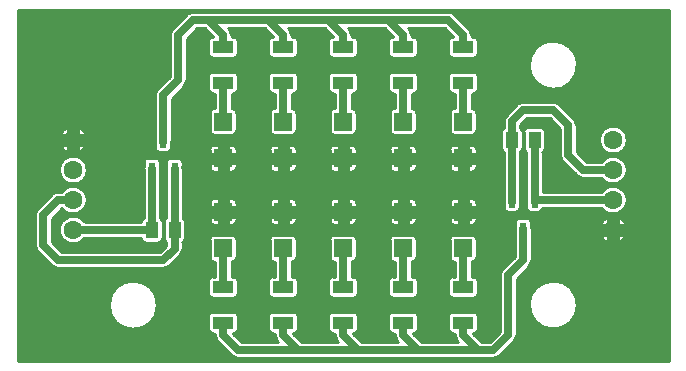
<source format=gbr>
G04 Generated by Ultiboard 14.0 *
%FSLAX33Y33*%
%MOMM*%

%ADD10C,0.001*%
%ADD11C,0.254*%
%ADD12C,0.635*%
%ADD13R,1.500X1.500*%
%ADD14R,1.750X1.050*%
%ADD15R,0.600X1.050*%
%ADD16R,1.050X1.400*%
%ADD17C,1.600*%


G04 ColorRGB 0000FF for the following layer *
%LNCopper Top*%
%LPD*%
G54D10*
G36*
X383Y30097D02*
X383Y30097D01*
X383Y383D01*
X55497Y383D01*
X55497Y30097D01*
X383Y30097D01*
D02*
G37*
%LPC*%
G36*
X47617Y24675D02*
G75*
D01*
G02X47617Y24675I-1897J725*
G01*
D02*
G37*
G36*
X19038Y23375D02*
G75*
D01*
G02X18655Y22992I-383J0*
G01*
X18655Y22992D01*
X18482Y22992D01*
X18482Y21733D01*
X18530Y21733D01*
G74*
D01*
G02X18913Y21350I0J383*
G01*
X18913Y21350D01*
X18913Y19850D01*
G75*
D01*
G02X18530Y19467I-383J0*
G01*
X18530Y19467D01*
X17030Y19467D01*
G75*
D01*
G02X16647Y19850I0J383*
G01*
X16647Y19850D01*
X16647Y21350D01*
G75*
D01*
G02X17030Y21733I383J0*
G01*
X17030Y21733D01*
X17078Y21733D01*
X17078Y22992D01*
X16905Y22992D01*
G75*
D01*
G02X16522Y23375I0J383*
G01*
X16522Y23375D01*
X16522Y24425D01*
G75*
D01*
G02X16905Y24808I383J0*
G01*
X16905Y24808D01*
X18655Y24808D01*
G74*
D01*
G02X19038Y24425I0J383*
G01*
X19038Y24425D01*
X19038Y23375D01*
D02*
G37*
G36*
X23735Y22992D02*
X23735Y22992D01*
X23562Y22992D01*
X23562Y21733D01*
X23610Y21733D01*
G74*
D01*
G02X23993Y21350I0J383*
G01*
X23993Y21350D01*
X23993Y19850D01*
G75*
D01*
G02X23610Y19467I-383J0*
G01*
X23610Y19467D01*
X22110Y19467D01*
G75*
D01*
G02X21727Y19850I0J383*
G01*
X21727Y19850D01*
X21727Y21350D01*
G75*
D01*
G02X22110Y21733I383J0*
G01*
X22110Y21733D01*
X22158Y21733D01*
X22158Y22992D01*
X21985Y22992D01*
G75*
D01*
G02X21602Y23375I0J383*
G01*
X21602Y23375D01*
X21602Y24425D01*
G75*
D01*
G02X21985Y24808I383J0*
G01*
X21985Y24808D01*
X23735Y24808D01*
G74*
D01*
G02X24118Y24425I0J383*
G01*
X24118Y24425D01*
X24118Y23375D01*
G75*
D01*
G02X23735Y22992I-383J0*
G01*
D02*
G37*
G36*
X27065Y27808D02*
X27065Y27808D01*
X27080Y27808D01*
X26379Y28508D01*
X23284Y28508D01*
X23356Y28437D01*
G74*
D01*
G02X23562Y27940I496J497*
G01*
X23562Y27940D01*
X23562Y27808D01*
X23735Y27808D01*
G74*
D01*
G02X24118Y27425I0J383*
G01*
X24118Y27425D01*
X24118Y26375D01*
G75*
D01*
G02X23735Y25992I-383J0*
G01*
X23735Y25992D01*
X21985Y25992D01*
G75*
D01*
G02X21602Y26375I0J383*
G01*
X21602Y26375D01*
X21602Y27425D01*
G75*
D01*
G02X21985Y27808I383J0*
G01*
X21985Y27808D01*
X22000Y27808D01*
X21299Y28508D01*
X18204Y28508D01*
X18276Y28437D01*
G74*
D01*
G02X18482Y27940I496J497*
G01*
X18482Y27940D01*
X18482Y27808D01*
X18655Y27808D01*
G74*
D01*
G02X19038Y27425I0J383*
G01*
X19038Y27425D01*
X19038Y26375D01*
G75*
D01*
G02X18655Y25992I-383J0*
G01*
X18655Y25992D01*
X16905Y25992D01*
G75*
D01*
G02X16522Y26375I0J383*
G01*
X16522Y26375D01*
X16522Y27425D01*
G75*
D01*
G02X16905Y27808I383J0*
G01*
X16905Y27808D01*
X16920Y27808D01*
X16219Y28508D01*
X15531Y28508D01*
X14672Y27649D01*
X14672Y24130D01*
G75*
D01*
G02X14466Y23633I-702J0*
G01*
X14466Y23633D01*
X14450Y23617D01*
X13402Y22569D01*
X13402Y18930D01*
G75*
D01*
G02X13383Y18768I-702J0*
G01*
X13383Y18768D01*
X13383Y18405D01*
G75*
D01*
G02X13000Y18022I-383J0*
G01*
X13000Y18022D01*
X12400Y18022D01*
G75*
D01*
G02X12017Y18405I0J383*
G01*
X12017Y18405D01*
X12017Y18768D01*
G75*
D01*
G02X11998Y18930I682J162*
G01*
X11998Y18930D01*
X11998Y22859D01*
G75*
D01*
G02X12204Y23356I702J0*
G01*
X12204Y23356D01*
X13268Y24421D01*
X13268Y27939D01*
G75*
D01*
G02X13474Y28436I702J0*
G01*
X13474Y28436D01*
X14744Y29706D01*
G75*
D01*
G02X15241Y29912I496J-495*
G01*
X15241Y29912D01*
X16509Y29912D01*
G75*
D01*
G02X16511Y29912I1J-702*
G01*
X16511Y29912D01*
X21589Y29912D01*
G75*
D01*
G02X21591Y29912I1J-702*
G01*
X21591Y29912D01*
X26669Y29912D01*
G75*
D01*
G02X26671Y29912I1J-702*
G01*
X26671Y29912D01*
X31749Y29912D01*
G75*
D01*
G02X31751Y29912I1J-702*
G01*
X31751Y29912D01*
X36829Y29912D01*
G75*
D01*
G02X36978Y29896I0J-702*
G01*
G74*
D01*
G02X37327Y29706I147J685*
G01*
X37327Y29706D01*
X38596Y28437D01*
G74*
D01*
G02X38802Y27940I496J497*
G01*
X38802Y27940D01*
X38802Y27808D01*
X38975Y27808D01*
G74*
D01*
G02X39358Y27425I0J383*
G01*
X39358Y27425D01*
X39358Y26375D01*
G75*
D01*
G02X38975Y25992I-383J0*
G01*
X38975Y25992D01*
X37225Y25992D01*
G75*
D01*
G02X36842Y26375I0J383*
G01*
X36842Y26375D01*
X36842Y27425D01*
G75*
D01*
G02X37225Y27808I383J0*
G01*
X37225Y27808D01*
X37240Y27808D01*
X36539Y28508D01*
X33444Y28508D01*
X33516Y28437D01*
G74*
D01*
G02X33722Y27940I496J497*
G01*
X33722Y27940D01*
X33722Y27808D01*
X33895Y27808D01*
G74*
D01*
G02X34278Y27425I0J383*
G01*
X34278Y27425D01*
X34278Y26375D01*
G75*
D01*
G02X33895Y25992I-383J0*
G01*
X33895Y25992D01*
X32145Y25992D01*
G75*
D01*
G02X31762Y26375I0J383*
G01*
X31762Y26375D01*
X31762Y27425D01*
G75*
D01*
G02X32145Y27808I383J0*
G01*
X32145Y27808D01*
X32160Y27808D01*
X31459Y28508D01*
X28364Y28508D01*
X28436Y28437D01*
G74*
D01*
G02X28642Y27940I496J497*
G01*
X28642Y27940D01*
X28642Y27808D01*
X28815Y27808D01*
G74*
D01*
G02X29198Y27425I0J383*
G01*
X29198Y27425D01*
X29198Y26375D01*
G75*
D01*
G02X28815Y25992I-383J0*
G01*
X28815Y25992D01*
X27065Y25992D01*
G75*
D01*
G02X26682Y26375I0J383*
G01*
X26682Y26375D01*
X26682Y27425D01*
G75*
D01*
G02X27065Y27808I383J0*
G01*
D02*
G37*
G36*
X11133Y23617D02*
G75*
D01*
G02X11133Y23617I-973J1783*
G01*
D02*
G37*
G36*
X34278Y23375D02*
G75*
D01*
G02X33895Y22992I-383J0*
G01*
X33895Y22992D01*
X33722Y22992D01*
X33722Y21733D01*
X33770Y21733D01*
G74*
D01*
G02X34153Y21350I0J383*
G01*
X34153Y21350D01*
X34153Y19850D01*
G75*
D01*
G02X33770Y19467I-383J0*
G01*
X33770Y19467D01*
X32270Y19467D01*
G75*
D01*
G02X31887Y19850I0J383*
G01*
X31887Y19850D01*
X31887Y21350D01*
G75*
D01*
G02X32270Y21733I383J0*
G01*
X32270Y21733D01*
X32318Y21733D01*
X32318Y22992D01*
X32145Y22992D01*
G75*
D01*
G02X31762Y23375I0J383*
G01*
X31762Y23375D01*
X31762Y24425D01*
G75*
D01*
G02X32145Y24808I383J0*
G01*
X32145Y24808D01*
X33895Y24808D01*
G74*
D01*
G02X34278Y24425I0J383*
G01*
X34278Y24425D01*
X34278Y23375D01*
D02*
G37*
G36*
X39358Y23375D02*
G75*
D01*
G02X38975Y22992I-383J0*
G01*
X38975Y22992D01*
X38802Y22992D01*
X38802Y21733D01*
X38850Y21733D01*
G74*
D01*
G02X39233Y21350I0J383*
G01*
X39233Y21350D01*
X39233Y19850D01*
G75*
D01*
G02X38850Y19467I-383J0*
G01*
X38850Y19467D01*
X37350Y19467D01*
G75*
D01*
G02X36967Y19850I0J383*
G01*
X36967Y19850D01*
X36967Y21350D01*
G75*
D01*
G02X37350Y21733I383J0*
G01*
X37350Y21733D01*
X37398Y21733D01*
X37398Y22992D01*
X37225Y22992D01*
G75*
D01*
G02X36842Y23375I0J383*
G01*
X36842Y23375D01*
X36842Y24425D01*
G75*
D01*
G02X37225Y24808I383J0*
G01*
X37225Y24808D01*
X38975Y24808D01*
G74*
D01*
G02X39358Y24425I0J383*
G01*
X39358Y24425D01*
X39358Y23375D01*
D02*
G37*
G36*
X29198Y23375D02*
G75*
D01*
G02X28815Y22992I-383J0*
G01*
X28815Y22992D01*
X28642Y22992D01*
X28642Y21733D01*
X28690Y21733D01*
G74*
D01*
G02X29073Y21350I0J383*
G01*
X29073Y21350D01*
X29073Y19850D01*
G75*
D01*
G02X28690Y19467I-383J0*
G01*
X28690Y19467D01*
X27190Y19467D01*
G75*
D01*
G02X26807Y19850I0J383*
G01*
X26807Y19850D01*
X26807Y21350D01*
G75*
D01*
G02X27190Y21733I383J0*
G01*
X27190Y21733D01*
X27238Y21733D01*
X27238Y22992D01*
X27065Y22992D01*
G75*
D01*
G02X26682Y23375I0J383*
G01*
X26682Y23375D01*
X26682Y24425D01*
G75*
D01*
G02X27065Y24808I383J0*
G01*
X27065Y24808D01*
X28815Y24808D01*
G74*
D01*
G02X29198Y24425I0J383*
G01*
X29198Y24425D01*
X29198Y23375D01*
D02*
G37*
G36*
X44832Y18010D02*
X44832Y18010D01*
X44832Y14672D01*
X49850Y14672D01*
G75*
D01*
G02X49850Y13268I950J-702*
G01*
X49850Y13268D01*
X44809Y13268D01*
G74*
D01*
G02X44430Y12942I379J57*
G01*
X44430Y12942D01*
X43830Y12942D01*
G75*
D01*
G02X43447Y13325I0J383*
G01*
X43447Y13325D01*
X43447Y13688D01*
G75*
D01*
G02X43428Y13851I682J162*
G01*
X43428Y13851D01*
X43428Y18010D01*
G75*
D01*
G02X43222Y18350I177J340*
G01*
X43222Y18350D01*
X43222Y19750D01*
G75*
D01*
G02X43605Y20133I383J0*
G01*
X43605Y20133D01*
X44655Y20133D01*
G74*
D01*
G02X45038Y19750I0J383*
G01*
X45038Y19750D01*
X45038Y18350D01*
G75*
D01*
G02X44832Y18010I-383J0*
G01*
D02*
G37*
G36*
X47486Y20817D02*
G74*
D01*
G02X47692Y20320I496J497*
G01*
X47692Y20320D01*
X47692Y18071D01*
X48551Y17212D01*
X49850Y17212D01*
G75*
D01*
G02X49850Y15808I950J-702*
G01*
X49850Y15808D01*
X48261Y15808D01*
G75*
D01*
G02X47764Y16014I0J702*
G01*
X47764Y16014D01*
X47617Y16160D01*
X46494Y17284D01*
G75*
D01*
G02X46288Y17781I495J496*
G01*
X46288Y17781D01*
X46288Y20029D01*
X45429Y20888D01*
X43471Y20888D01*
X42932Y20349D01*
X42932Y20090D01*
G74*
D01*
G02X43138Y19750I177J340*
G01*
X43138Y19750D01*
X43138Y18350D01*
G75*
D01*
G02X42932Y18010I-383J0*
G01*
X42932Y18010D01*
X42932Y13850D01*
G75*
D01*
G02X42913Y13688I-702J0*
G01*
X42913Y13688D01*
X42913Y13325D01*
G75*
D01*
G02X42530Y12942I-383J0*
G01*
X42530Y12942D01*
X41930Y12942D01*
G75*
D01*
G02X41547Y13325I0J383*
G01*
X41547Y13325D01*
X41547Y13688D01*
G75*
D01*
G02X41528Y13850I682J162*
G01*
X41528Y13850D01*
X41528Y18010D01*
G75*
D01*
G02X41322Y18350I177J340*
G01*
X41322Y18350D01*
X41322Y19750D01*
G74*
D01*
G02X41528Y20090I383J0*
G01*
X41528Y20090D01*
X41528Y20639D01*
G75*
D01*
G02X41734Y21136I702J0*
G01*
X41734Y21136D01*
X42684Y22086D01*
G75*
D01*
G02X43181Y22292I496J-495*
G01*
X43181Y22292D01*
X45720Y22292D01*
G74*
D01*
G02X46217Y22086I0J702*
G01*
X46217Y22086D01*
X47486Y20817D01*
D02*
G37*
G36*
X47617Y5805D02*
G75*
D01*
G02X47617Y5805I-1897J-725*
G01*
D02*
G37*
G36*
X23993Y16750D02*
G75*
D01*
G02X23610Y16367I-383J0*
G01*
X23610Y16367D01*
X23262Y16367D01*
X23262Y17098D01*
X23993Y17098D01*
X23993Y16750D01*
D02*
G37*
G36*
X23993Y13730D02*
X23993Y13730D01*
X23993Y13382D01*
X23262Y13382D01*
X23262Y14113D01*
X23610Y14113D01*
G74*
D01*
G02X23993Y13730I0J383*
G01*
D02*
G37*
G36*
X23993Y12230D02*
G75*
D01*
G02X23610Y11847I-383J0*
G01*
X23610Y11847D01*
X23262Y11847D01*
X23262Y12578D01*
X23993Y12578D01*
X23993Y12230D01*
D02*
G37*
G36*
X23993Y9130D02*
G75*
D01*
G02X23610Y8747I-383J0*
G01*
X23610Y8747D01*
X23562Y8747D01*
X23562Y7488D01*
X23735Y7488D01*
G74*
D01*
G02X24118Y7105I0J383*
G01*
X24118Y7105D01*
X24118Y6055D01*
G75*
D01*
G02X23735Y5672I-383J0*
G01*
X23735Y5672D01*
X21985Y5672D01*
G75*
D01*
G02X21602Y6055I0J383*
G01*
X21602Y6055D01*
X21602Y7105D01*
G75*
D01*
G02X21985Y7488I383J0*
G01*
X21985Y7488D01*
X22158Y7488D01*
X22158Y8747D01*
X22110Y8747D01*
G75*
D01*
G02X21727Y9130I0J383*
G01*
X21727Y9130D01*
X21727Y10630D01*
G75*
D01*
G02X22110Y11013I383J0*
G01*
X22110Y11013D01*
X23610Y11013D01*
G74*
D01*
G02X23993Y10630I0J383*
G01*
X23993Y10630D01*
X23993Y9130D01*
D02*
G37*
G36*
X24129Y568D02*
X24129Y568D01*
X19051Y568D01*
G75*
D01*
G02X18554Y774I0J702*
G01*
X18554Y774D01*
X17284Y2044D01*
G75*
D01*
G02X17078Y2541I495J496*
G01*
X17078Y2541D01*
X17078Y2672D01*
X16905Y2672D01*
G75*
D01*
G02X16522Y3055I0J383*
G01*
X16522Y3055D01*
X16522Y4105D01*
G75*
D01*
G02X16905Y4488I383J0*
G01*
X16905Y4488D01*
X18655Y4488D01*
G74*
D01*
G02X19038Y4105I0J383*
G01*
X19038Y4105D01*
X19038Y3055D01*
G75*
D01*
G02X18655Y2672I-383J0*
G01*
X18655Y2672D01*
X18640Y2672D01*
X19341Y1972D01*
X22436Y1972D01*
X22364Y2044D01*
G75*
D01*
G02X22158Y2541I495J496*
G01*
X22158Y2541D01*
X22158Y2672D01*
X21985Y2672D01*
G75*
D01*
G02X21602Y3055I0J383*
G01*
X21602Y3055D01*
X21602Y4105D01*
G75*
D01*
G02X21985Y4488I383J0*
G01*
X21985Y4488D01*
X23735Y4488D01*
G74*
D01*
G02X24118Y4105I0J383*
G01*
X24118Y4105D01*
X24118Y3055D01*
G75*
D01*
G02X23735Y2672I-383J0*
G01*
X23735Y2672D01*
X23720Y2672D01*
X24421Y1972D01*
X27516Y1972D01*
X27444Y2044D01*
G75*
D01*
G02X27238Y2541I495J496*
G01*
X27238Y2541D01*
X27238Y2672D01*
X27065Y2672D01*
G75*
D01*
G02X26682Y3055I0J383*
G01*
X26682Y3055D01*
X26682Y4105D01*
G75*
D01*
G02X27065Y4488I383J0*
G01*
X27065Y4488D01*
X28815Y4488D01*
G74*
D01*
G02X29198Y4105I0J383*
G01*
X29198Y4105D01*
X29198Y3055D01*
G75*
D01*
G02X28815Y2672I-383J0*
G01*
X28815Y2672D01*
X28800Y2672D01*
X29501Y1972D01*
X32596Y1972D01*
X32524Y2044D01*
G75*
D01*
G02X32318Y2541I495J496*
G01*
X32318Y2541D01*
X32318Y2672D01*
X32145Y2672D01*
G75*
D01*
G02X31762Y3055I0J383*
G01*
X31762Y3055D01*
X31762Y4105D01*
G75*
D01*
G02X32145Y4488I383J0*
G01*
X32145Y4488D01*
X33895Y4488D01*
G74*
D01*
G02X34278Y4105I0J383*
G01*
X34278Y4105D01*
X34278Y3055D01*
G75*
D01*
G02X33895Y2672I-383J0*
G01*
X33895Y2672D01*
X33880Y2672D01*
X34581Y1972D01*
X37676Y1972D01*
X37604Y2044D01*
G75*
D01*
G02X37398Y2541I495J496*
G01*
X37398Y2541D01*
X37398Y2672D01*
X37225Y2672D01*
G75*
D01*
G02X36842Y3055I0J383*
G01*
X36842Y3055D01*
X36842Y4105D01*
G75*
D01*
G02X37225Y4488I383J0*
G01*
X37225Y4488D01*
X38975Y4488D01*
G74*
D01*
G02X39358Y4105I0J383*
G01*
X39358Y4105D01*
X39358Y3055D01*
G75*
D01*
G02X38975Y2672I-383J0*
G01*
X38975Y2672D01*
X38960Y2672D01*
X39661Y1972D01*
X40349Y1972D01*
X41208Y2831D01*
X41208Y7619D01*
G75*
D01*
G02X41414Y8116I702J0*
G01*
X41414Y8116D01*
X42478Y9181D01*
X42478Y11550D01*
G74*
D01*
G02X42497Y11712I702J0*
G01*
X42497Y11712D01*
X42497Y12075D01*
G75*
D01*
G02X42880Y12458I383J0*
G01*
X42880Y12458D01*
X43480Y12458D01*
G74*
D01*
G02X43863Y12075I0J383*
G01*
X43863Y12075D01*
X43863Y11712D01*
G74*
D01*
G02X43882Y11550I682J162*
G01*
X43882Y11550D01*
X43882Y8890D01*
G75*
D01*
G02X43676Y8393I-702J0*
G01*
X43676Y8393D01*
X42612Y7329D01*
X42612Y2540D01*
G75*
D01*
G02X42406Y2043I-702J0*
G01*
X42406Y2043D01*
X41137Y774D01*
G74*
D01*
G02X40640Y568I497J496*
G01*
X40640Y568D01*
X39371Y568D01*
G75*
D01*
G02X39369Y568I-1J702*
G01*
X39369Y568D01*
X34291Y568D01*
G75*
D01*
G02X34289Y568I-1J702*
G01*
X34289Y568D01*
X29211Y568D01*
G75*
D01*
G02X29209Y568I-1J702*
G01*
X29209Y568D01*
X24131Y568D01*
G75*
D01*
G02X24129Y568I-1J702*
G01*
D02*
G37*
G36*
X23993Y18250D02*
X23993Y18250D01*
X23993Y17902D01*
X23262Y17902D01*
X23262Y18633D01*
X23610Y18633D01*
G74*
D01*
G02X23993Y18250I0J383*
G01*
D02*
G37*
G36*
X49696Y11849D02*
G74*
D01*
G02X50381Y12534I1103J418*
G01*
X50381Y12534D01*
X50381Y11849D01*
X49696Y11849D01*
D02*
G37*
G36*
X50381Y10326D02*
G74*
D01*
G02X49696Y11011I418J1103*
G01*
X49696Y11011D01*
X50381Y11011D01*
X50381Y10326D01*
D02*
G37*
G36*
X51219Y12534D02*
G74*
D01*
G02X51904Y11849I418J1103*
G01*
X51904Y11849D01*
X51219Y11849D01*
X51219Y12534D01*
D02*
G37*
G36*
X51904Y11011D02*
G74*
D01*
G02X51219Y10326I1103J418*
G01*
X51219Y10326D01*
X51219Y11011D01*
X51904Y11011D01*
D02*
G37*
G36*
X50300Y11430D02*
G75*
D01*
G02X50300Y11430I500J0*
G01*
D02*
G37*
G36*
X49619Y19050D02*
G75*
D01*
G02X49619Y19050I1181J0*
G01*
D02*
G37*
G36*
X21727Y16750D02*
X21727Y16750D01*
X21727Y17098D01*
X22458Y17098D01*
X22458Y16367D01*
X22110Y16367D01*
G75*
D01*
G02X21727Y16750I0J383*
G01*
D02*
G37*
G36*
X22110Y18633D02*
X22110Y18633D01*
X22458Y18633D01*
X22458Y17902D01*
X21727Y17902D01*
X21727Y18250D01*
G75*
D01*
G02X22110Y18633I383J0*
G01*
D02*
G37*
G36*
X18913Y16750D02*
G75*
D01*
G02X18530Y16367I-383J0*
G01*
X18530Y16367D01*
X18182Y16367D01*
X18182Y17098D01*
X18913Y17098D01*
X18913Y16750D01*
D02*
G37*
G36*
X18913Y18250D02*
X18913Y18250D01*
X18913Y17902D01*
X18182Y17902D01*
X18182Y18633D01*
X18530Y18633D01*
G74*
D01*
G02X18913Y18250I0J383*
G01*
D02*
G37*
G36*
X16647Y16750D02*
X16647Y16750D01*
X16647Y17098D01*
X17378Y17098D01*
X17378Y16367D01*
X17030Y16367D01*
G75*
D01*
G02X16647Y16750I0J383*
G01*
D02*
G37*
G36*
X17030Y18633D02*
X17030Y18633D01*
X17378Y18633D01*
X17378Y17902D01*
X16647Y17902D01*
X16647Y18250D01*
G75*
D01*
G02X17030Y18633I383J0*
G01*
D02*
G37*
G36*
X6184Y18631D02*
G74*
D01*
G02X5499Y17946I1103J418*
G01*
X5499Y17946D01*
X5499Y18631D01*
X6184Y18631D01*
D02*
G37*
G36*
X3976Y19469D02*
G74*
D01*
G02X4661Y20154I1103J418*
G01*
X4661Y20154D01*
X4661Y19469D01*
X3976Y19469D01*
D02*
G37*
G36*
X5499Y20154D02*
G74*
D01*
G02X6184Y19469I418J1103*
G01*
X6184Y19469D01*
X5499Y19469D01*
X5499Y20154D01*
D02*
G37*
G36*
X4580Y19050D02*
G75*
D01*
G02X4580Y19050I500J0*
G01*
D02*
G37*
G36*
X4661Y17946D02*
G74*
D01*
G02X3976Y18631I418J1103*
G01*
X3976Y18631D01*
X4661Y18631D01*
X4661Y17946D01*
D02*
G37*
G36*
X3899Y16510D02*
G75*
D01*
G02X3899Y16510I1181J0*
G01*
D02*
G37*
G36*
X21727Y13730D02*
G75*
D01*
G02X22110Y14113I383J0*
G01*
X22110Y14113D01*
X22458Y14113D01*
X22458Y13382D01*
X21727Y13382D01*
X21727Y13730D01*
D02*
G37*
G36*
X18913Y13730D02*
X18913Y13730D01*
X18913Y13382D01*
X18182Y13382D01*
X18182Y14113D01*
X18530Y14113D01*
G74*
D01*
G02X18913Y13730I0J383*
G01*
D02*
G37*
G36*
X16647Y13730D02*
G75*
D01*
G02X17030Y14113I383J0*
G01*
X17030Y14113D01*
X17378Y14113D01*
X17378Y13382D01*
X16647Y13382D01*
X16647Y13730D01*
D02*
G37*
G36*
X21727Y12230D02*
X21727Y12230D01*
X21727Y12578D01*
X22458Y12578D01*
X22458Y11847D01*
X22110Y11847D01*
G75*
D01*
G02X21727Y12230I0J383*
G01*
D02*
G37*
G36*
X18530Y11847D02*
X18530Y11847D01*
X18182Y11847D01*
X18182Y12578D01*
X18913Y12578D01*
X18913Y12230D01*
G75*
D01*
G02X18530Y11847I-383J0*
G01*
D02*
G37*
G36*
X16647Y12230D02*
X16647Y12230D01*
X16647Y12578D01*
X17378Y12578D01*
X17378Y11847D01*
X17030Y11847D01*
G75*
D01*
G02X16647Y12230I0J383*
G01*
D02*
G37*
G36*
X6030Y10728D02*
G75*
D01*
G02X6030Y12132I-950J702*
G01*
X6030Y12132D01*
X10842Y12132D01*
G74*
D01*
G02X11048Y12470I383J2*
G01*
X11048Y12470D01*
X11048Y16630D01*
G74*
D01*
G02X11067Y16792I702J0*
G01*
X11067Y16792D01*
X11067Y17155D01*
G75*
D01*
G02X11450Y17538I383J0*
G01*
X11450Y17538D01*
X12050Y17538D01*
G74*
D01*
G02X12433Y17155I0J383*
G01*
X12433Y17155D01*
X12433Y16792D01*
G74*
D01*
G02X12452Y16630I682J162*
G01*
X12452Y16630D01*
X12452Y12470D01*
G74*
D01*
G02X12658Y12130I177J340*
G01*
X12658Y12130D01*
X12658Y10730D01*
G75*
D01*
G02X12275Y10347I-383J0*
G01*
X12275Y10347D01*
X11225Y10347D01*
G75*
D01*
G02X10842Y10728I0J383*
G01*
X10842Y10728D01*
X6030Y10728D01*
D02*
G37*
G36*
X4130Y14672D02*
G75*
D01*
G02X4130Y13268I950J-702*
G01*
X4130Y13268D01*
X4101Y13268D01*
X3242Y12409D01*
X3242Y10451D01*
X4101Y9592D01*
X12409Y9592D01*
X12948Y10131D01*
X12948Y10390D01*
G75*
D01*
G02X12742Y10730I177J340*
G01*
X12742Y10730D01*
X12742Y12130D01*
G74*
D01*
G02X12948Y12470I383J0*
G01*
X12948Y12470D01*
X12948Y16630D01*
G74*
D01*
G02X12967Y16792I702J0*
G01*
X12967Y16792D01*
X12967Y17155D01*
G75*
D01*
G02X13350Y17538I383J0*
G01*
X13350Y17538D01*
X13950Y17538D01*
G74*
D01*
G02X14333Y17155I0J383*
G01*
X14333Y17155D01*
X14333Y16792D01*
G74*
D01*
G02X14352Y16630I682J162*
G01*
X14352Y16630D01*
X14352Y12470D01*
G74*
D01*
G02X14558Y12130I177J340*
G01*
X14558Y12130D01*
X14558Y10730D01*
G75*
D01*
G02X14352Y10390I-383J0*
G01*
X14352Y10390D01*
X14352Y9840D01*
G75*
D01*
G02X14146Y9343I-702J0*
G01*
X14146Y9343D01*
X13197Y8394D01*
G74*
D01*
G02X12700Y8188I497J496*
G01*
X12700Y8188D01*
X3811Y8188D01*
G75*
D01*
G02X3314Y8394I0J702*
G01*
X3314Y8394D01*
X2044Y9664D01*
G75*
D01*
G02X1838Y10161I495J496*
G01*
X1838Y10161D01*
X1838Y12699D01*
G75*
D01*
G02X2044Y13196I702J0*
G01*
X2044Y13196D01*
X3314Y14466D01*
G74*
D01*
G02X3607Y14642I497J495*
G01*
G75*
D01*
G02X3810Y14672I203J-671*
G01*
X3810Y14672D01*
X4130Y14672D01*
D02*
G37*
G36*
X17030Y8747D02*
G75*
D01*
G02X16647Y9130I0J383*
G01*
X16647Y9130D01*
X16647Y10630D01*
G75*
D01*
G02X17030Y11013I383J0*
G01*
X17030Y11013D01*
X18530Y11013D01*
G74*
D01*
G02X18913Y10630I0J383*
G01*
X18913Y10630D01*
X18913Y9130D01*
G75*
D01*
G02X18530Y8747I-383J0*
G01*
X18530Y8747D01*
X18482Y8747D01*
X18482Y7488D01*
X18655Y7488D01*
G74*
D01*
G02X19038Y7105I0J383*
G01*
X19038Y7105D01*
X19038Y6055D01*
G75*
D01*
G02X18655Y5672I-383J0*
G01*
X18655Y5672D01*
X16905Y5672D01*
G75*
D01*
G02X16522Y6055I0J383*
G01*
X16522Y6055D01*
X16522Y7105D01*
G75*
D01*
G02X16905Y7488I383J0*
G01*
X16905Y7488D01*
X17078Y7488D01*
X17078Y8747D01*
X17030Y8747D01*
D02*
G37*
G36*
X8129Y5080D02*
G75*
D01*
G02X8129Y5080I2031J0*
G01*
D02*
G37*
G36*
X39233Y16750D02*
G75*
D01*
G02X38850Y16367I-383J0*
G01*
X38850Y16367D01*
X38502Y16367D01*
X38502Y17098D01*
X39233Y17098D01*
X39233Y16750D01*
D02*
G37*
G36*
X39233Y18250D02*
X39233Y18250D01*
X39233Y17902D01*
X38502Y17902D01*
X38502Y18633D01*
X38850Y18633D01*
G74*
D01*
G02X39233Y18250I0J383*
G01*
D02*
G37*
G36*
X36967Y16750D02*
X36967Y16750D01*
X36967Y17098D01*
X37698Y17098D01*
X37698Y16367D01*
X37350Y16367D01*
G75*
D01*
G02X36967Y16750I0J383*
G01*
D02*
G37*
G36*
X37350Y18633D02*
X37350Y18633D01*
X37698Y18633D01*
X37698Y17902D01*
X36967Y17902D01*
X36967Y18250D01*
G75*
D01*
G02X37350Y18633I383J0*
G01*
D02*
G37*
G36*
X34153Y16750D02*
G75*
D01*
G02X33770Y16367I-383J0*
G01*
X33770Y16367D01*
X33422Y16367D01*
X33422Y17098D01*
X34153Y17098D01*
X34153Y16750D01*
D02*
G37*
G36*
X34153Y18250D02*
X34153Y18250D01*
X34153Y17902D01*
X33422Y17902D01*
X33422Y18633D01*
X33770Y18633D01*
G74*
D01*
G02X34153Y18250I0J383*
G01*
D02*
G37*
G36*
X32270Y18633D02*
X32270Y18633D01*
X32618Y18633D01*
X32618Y17902D01*
X31887Y17902D01*
X31887Y18250D01*
G75*
D01*
G02X32270Y18633I383J0*
G01*
D02*
G37*
G36*
X31887Y16750D02*
X31887Y16750D01*
X31887Y17098D01*
X32618Y17098D01*
X32618Y16367D01*
X32270Y16367D01*
G75*
D01*
G02X31887Y16750I0J383*
G01*
D02*
G37*
G36*
X29073Y16750D02*
G75*
D01*
G02X28690Y16367I-383J0*
G01*
X28690Y16367D01*
X28342Y16367D01*
X28342Y17098D01*
X29073Y17098D01*
X29073Y16750D01*
D02*
G37*
G36*
X29073Y18250D02*
X29073Y18250D01*
X29073Y17902D01*
X28342Y17902D01*
X28342Y18633D01*
X28690Y18633D01*
G74*
D01*
G02X29073Y18250I0J383*
G01*
D02*
G37*
G36*
X26807Y16750D02*
X26807Y16750D01*
X26807Y17098D01*
X27538Y17098D01*
X27538Y16367D01*
X27190Y16367D01*
G75*
D01*
G02X26807Y16750I0J383*
G01*
D02*
G37*
G36*
X27190Y18633D02*
X27190Y18633D01*
X27538Y18633D01*
X27538Y17902D01*
X26807Y17902D01*
X26807Y18250D01*
G75*
D01*
G02X27190Y18633I383J0*
G01*
D02*
G37*
G36*
X39233Y13730D02*
X39233Y13730D01*
X39233Y13382D01*
X38502Y13382D01*
X38502Y14113D01*
X38850Y14113D01*
G74*
D01*
G02X39233Y13730I0J383*
G01*
D02*
G37*
G36*
X36967Y13730D02*
G75*
D01*
G02X37350Y14113I383J0*
G01*
X37350Y14113D01*
X37698Y14113D01*
X37698Y13382D01*
X36967Y13382D01*
X36967Y13730D01*
D02*
G37*
G36*
X34153Y13730D02*
X34153Y13730D01*
X34153Y13382D01*
X33422Y13382D01*
X33422Y14113D01*
X33770Y14113D01*
G74*
D01*
G02X34153Y13730I0J383*
G01*
D02*
G37*
G36*
X31887Y13730D02*
G75*
D01*
G02X32270Y14113I383J0*
G01*
X32270Y14113D01*
X32618Y14113D01*
X32618Y13382D01*
X31887Y13382D01*
X31887Y13730D01*
D02*
G37*
G36*
X29073Y13730D02*
X29073Y13730D01*
X29073Y13382D01*
X28342Y13382D01*
X28342Y14113D01*
X28690Y14113D01*
G74*
D01*
G02X29073Y13730I0J383*
G01*
D02*
G37*
G36*
X26807Y13730D02*
G75*
D01*
G02X27190Y14113I383J0*
G01*
X27190Y14113D01*
X27538Y14113D01*
X27538Y13382D01*
X26807Y13382D01*
X26807Y13730D01*
D02*
G37*
G36*
X38850Y11847D02*
X38850Y11847D01*
X38502Y11847D01*
X38502Y12578D01*
X39233Y12578D01*
X39233Y12230D01*
G75*
D01*
G02X38850Y11847I-383J0*
G01*
D02*
G37*
G36*
X36967Y12230D02*
X36967Y12230D01*
X36967Y12578D01*
X37698Y12578D01*
X37698Y11847D01*
X37350Y11847D01*
G75*
D01*
G02X36967Y12230I0J383*
G01*
D02*
G37*
G36*
X33770Y11847D02*
X33770Y11847D01*
X33422Y11847D01*
X33422Y12578D01*
X34153Y12578D01*
X34153Y12230D01*
G75*
D01*
G02X33770Y11847I-383J0*
G01*
D02*
G37*
G36*
X31887Y12230D02*
X31887Y12230D01*
X31887Y12578D01*
X32618Y12578D01*
X32618Y11847D01*
X32270Y11847D01*
G75*
D01*
G02X31887Y12230I0J383*
G01*
D02*
G37*
G36*
X28690Y11847D02*
X28690Y11847D01*
X28342Y11847D01*
X28342Y12578D01*
X29073Y12578D01*
X29073Y12230D01*
G75*
D01*
G02X28690Y11847I-383J0*
G01*
D02*
G37*
G36*
X26807Y12230D02*
X26807Y12230D01*
X26807Y12578D01*
X27538Y12578D01*
X27538Y11847D01*
X27190Y11847D01*
G75*
D01*
G02X26807Y12230I0J383*
G01*
D02*
G37*
G36*
X38975Y7488D02*
G74*
D01*
G02X39358Y7105I0J383*
G01*
X39358Y7105D01*
X39358Y6055D01*
G75*
D01*
G02X38975Y5672I-383J0*
G01*
X38975Y5672D01*
X37225Y5672D01*
G75*
D01*
G02X36842Y6055I0J383*
G01*
X36842Y6055D01*
X36842Y7105D01*
G75*
D01*
G02X37225Y7488I383J0*
G01*
X37225Y7488D01*
X37398Y7488D01*
X37398Y8747D01*
X37350Y8747D01*
G75*
D01*
G02X36967Y9130I0J383*
G01*
X36967Y9130D01*
X36967Y10630D01*
G75*
D01*
G02X37350Y11013I383J0*
G01*
X37350Y11013D01*
X38850Y11013D01*
G74*
D01*
G02X39233Y10630I0J383*
G01*
X39233Y10630D01*
X39233Y9130D01*
G75*
D01*
G02X38850Y8747I-383J0*
G01*
X38850Y8747D01*
X38802Y8747D01*
X38802Y7488D01*
X38975Y7488D01*
D02*
G37*
G36*
X33895Y7488D02*
G74*
D01*
G02X34278Y7105I0J383*
G01*
X34278Y7105D01*
X34278Y6055D01*
G75*
D01*
G02X33895Y5672I-383J0*
G01*
X33895Y5672D01*
X32145Y5672D01*
G75*
D01*
G02X31762Y6055I0J383*
G01*
X31762Y6055D01*
X31762Y7105D01*
G75*
D01*
G02X32145Y7488I383J0*
G01*
X32145Y7488D01*
X32318Y7488D01*
X32318Y8747D01*
X32270Y8747D01*
G75*
D01*
G02X31887Y9130I0J383*
G01*
X31887Y9130D01*
X31887Y10630D01*
G75*
D01*
G02X32270Y11013I383J0*
G01*
X32270Y11013D01*
X33770Y11013D01*
G74*
D01*
G02X34153Y10630I0J383*
G01*
X34153Y10630D01*
X34153Y9130D01*
G75*
D01*
G02X33770Y8747I-383J0*
G01*
X33770Y8747D01*
X33722Y8747D01*
X33722Y7488D01*
X33895Y7488D01*
D02*
G37*
G36*
X28815Y7488D02*
G74*
D01*
G02X29198Y7105I0J383*
G01*
X29198Y7105D01*
X29198Y6055D01*
G75*
D01*
G02X28815Y5672I-383J0*
G01*
X28815Y5672D01*
X27065Y5672D01*
G75*
D01*
G02X26682Y6055I0J383*
G01*
X26682Y6055D01*
X26682Y7105D01*
G75*
D01*
G02X27065Y7488I383J0*
G01*
X27065Y7488D01*
X27238Y7488D01*
X27238Y8747D01*
X27190Y8747D01*
G75*
D01*
G02X26807Y9130I0J383*
G01*
X26807Y9130D01*
X26807Y10630D01*
G75*
D01*
G02X27190Y11013I383J0*
G01*
X27190Y11013D01*
X28690Y11013D01*
G74*
D01*
G02X29073Y10630I0J383*
G01*
X29073Y10630D01*
X29073Y9130D01*
G75*
D01*
G02X28690Y8747I-383J0*
G01*
X28690Y8747D01*
X28642Y8747D01*
X28642Y7488D01*
X28815Y7488D01*
D02*
G37*
%LPD*%
G54D11*
X47617Y24675D02*
G75*
D01*
G02X47617Y24675I-1897J725*
G01*
X19038Y23375D02*
G75*
D01*
G02X18655Y22992I-383J0*
G01*
X18482Y22992D01*
X18482Y21733D01*
X18530Y21733D01*
G74*
D01*
G02X18913Y21350I0J383*
G01*
X18913Y19850D01*
G75*
D01*
G02X18530Y19467I-383J0*
G01*
X17030Y19467D01*
G75*
D01*
G02X16647Y19850I0J383*
G01*
X16647Y21350D01*
G75*
D01*
G02X17030Y21733I383J0*
G01*
X17078Y21733D01*
X17078Y22992D01*
X16905Y22992D01*
G75*
D01*
G02X16522Y23375I0J383*
G01*
X16522Y24425D01*
G75*
D01*
G02X16905Y24808I383J0*
G01*
X18655Y24808D01*
G74*
D01*
G02X19038Y24425I0J383*
G01*
X19038Y23375D01*
X23735Y22992D02*
X23562Y22992D01*
X23562Y21733D01*
X23610Y21733D01*
G74*
D01*
G02X23993Y21350I0J383*
G01*
X23993Y19850D01*
G75*
D01*
G02X23610Y19467I-383J0*
G01*
X22110Y19467D01*
G75*
D01*
G02X21727Y19850I0J383*
G01*
X21727Y21350D01*
G75*
D01*
G02X22110Y21733I383J0*
G01*
X22158Y21733D01*
X22158Y22992D01*
X21985Y22992D01*
G75*
D01*
G02X21602Y23375I0J383*
G01*
X21602Y24425D01*
G75*
D01*
G02X21985Y24808I383J0*
G01*
X23735Y24808D01*
G74*
D01*
G02X24118Y24425I0J383*
G01*
X24118Y23375D01*
G75*
D01*
G02X23735Y22992I-383J0*
G01*
X27065Y27808D02*
X27080Y27808D01*
X26379Y28508D01*
X23284Y28508D01*
X23356Y28437D01*
G74*
D01*
G02X23562Y27940I496J497*
G01*
X23562Y27808D01*
X23735Y27808D01*
G74*
D01*
G02X24118Y27425I0J383*
G01*
X24118Y26375D01*
G75*
D01*
G02X23735Y25992I-383J0*
G01*
X21985Y25992D01*
G75*
D01*
G02X21602Y26375I0J383*
G01*
X21602Y27425D01*
G75*
D01*
G02X21985Y27808I383J0*
G01*
X22000Y27808D01*
X21299Y28508D01*
X18204Y28508D01*
X18276Y28437D01*
G74*
D01*
G02X18482Y27940I496J497*
G01*
X18482Y27808D01*
X18655Y27808D01*
G74*
D01*
G02X19038Y27425I0J383*
G01*
X19038Y26375D01*
G75*
D01*
G02X18655Y25992I-383J0*
G01*
X16905Y25992D01*
G75*
D01*
G02X16522Y26375I0J383*
G01*
X16522Y27425D01*
G75*
D01*
G02X16905Y27808I383J0*
G01*
X16920Y27808D01*
X16219Y28508D01*
X15531Y28508D01*
X14672Y27649D01*
X14672Y24130D01*
G75*
D01*
G02X14466Y23633I-702J0*
G01*
X14450Y23617D01*
X13402Y22569D01*
X13402Y18930D01*
G75*
D01*
G02X13383Y18768I-702J0*
G01*
X13383Y18405D01*
G75*
D01*
G02X13000Y18022I-383J0*
G01*
X12400Y18022D01*
G75*
D01*
G02X12017Y18405I0J383*
G01*
X12017Y18768D01*
G75*
D01*
G02X11998Y18930I682J162*
G01*
X11998Y22859D01*
G75*
D01*
G02X12204Y23356I702J0*
G01*
X13268Y24421D01*
X13268Y27939D01*
G75*
D01*
G02X13474Y28436I702J0*
G01*
X14744Y29706D01*
G75*
D01*
G02X15241Y29912I496J-495*
G01*
X16509Y29912D01*
G75*
D01*
G02X16511Y29912I1J-702*
G01*
X21589Y29912D01*
G75*
D01*
G02X21591Y29912I1J-702*
G01*
X26669Y29912D01*
G75*
D01*
G02X26671Y29912I1J-702*
G01*
X31749Y29912D01*
G75*
D01*
G02X31751Y29912I1J-702*
G01*
X36829Y29912D01*
G75*
D01*
G02X36978Y29896I0J-702*
G01*
G74*
D01*
G02X37327Y29706I147J685*
G01*
X38596Y28437D01*
G74*
D01*
G02X38802Y27940I496J497*
G01*
X38802Y27808D01*
X38975Y27808D01*
G74*
D01*
G02X39358Y27425I0J383*
G01*
X39358Y26375D01*
G75*
D01*
G02X38975Y25992I-383J0*
G01*
X37225Y25992D01*
G75*
D01*
G02X36842Y26375I0J383*
G01*
X36842Y27425D01*
G75*
D01*
G02X37225Y27808I383J0*
G01*
X37240Y27808D01*
X36539Y28508D01*
X33444Y28508D01*
X33516Y28437D01*
G74*
D01*
G02X33722Y27940I496J497*
G01*
X33722Y27808D01*
X33895Y27808D01*
G74*
D01*
G02X34278Y27425I0J383*
G01*
X34278Y26375D01*
G75*
D01*
G02X33895Y25992I-383J0*
G01*
X32145Y25992D01*
G75*
D01*
G02X31762Y26375I0J383*
G01*
X31762Y27425D01*
G75*
D01*
G02X32145Y27808I383J0*
G01*
X32160Y27808D01*
X31459Y28508D01*
X28364Y28508D01*
X28436Y28437D01*
G74*
D01*
G02X28642Y27940I496J497*
G01*
X28642Y27808D01*
X28815Y27808D01*
G74*
D01*
G02X29198Y27425I0J383*
G01*
X29198Y26375D01*
G75*
D01*
G02X28815Y25992I-383J0*
G01*
X27065Y25992D01*
G75*
D01*
G02X26682Y26375I0J383*
G01*
X26682Y27425D01*
G75*
D01*
G02X27065Y27808I383J0*
G01*
X11133Y23617D02*
G75*
D01*
G02X11133Y23617I-973J1783*
G01*
X34278Y23375D02*
G75*
D01*
G02X33895Y22992I-383J0*
G01*
X33722Y22992D01*
X33722Y21733D01*
X33770Y21733D01*
G74*
D01*
G02X34153Y21350I0J383*
G01*
X34153Y19850D01*
G75*
D01*
G02X33770Y19467I-383J0*
G01*
X32270Y19467D01*
G75*
D01*
G02X31887Y19850I0J383*
G01*
X31887Y21350D01*
G75*
D01*
G02X32270Y21733I383J0*
G01*
X32318Y21733D01*
X32318Y22992D01*
X32145Y22992D01*
G75*
D01*
G02X31762Y23375I0J383*
G01*
X31762Y24425D01*
G75*
D01*
G02X32145Y24808I383J0*
G01*
X33895Y24808D01*
G74*
D01*
G02X34278Y24425I0J383*
G01*
X34278Y23375D01*
X39358Y23375D02*
G75*
D01*
G02X38975Y22992I-383J0*
G01*
X38802Y22992D01*
X38802Y21733D01*
X38850Y21733D01*
G74*
D01*
G02X39233Y21350I0J383*
G01*
X39233Y19850D01*
G75*
D01*
G02X38850Y19467I-383J0*
G01*
X37350Y19467D01*
G75*
D01*
G02X36967Y19850I0J383*
G01*
X36967Y21350D01*
G75*
D01*
G02X37350Y21733I383J0*
G01*
X37398Y21733D01*
X37398Y22992D01*
X37225Y22992D01*
G75*
D01*
G02X36842Y23375I0J383*
G01*
X36842Y24425D01*
G75*
D01*
G02X37225Y24808I383J0*
G01*
X38975Y24808D01*
G74*
D01*
G02X39358Y24425I0J383*
G01*
X39358Y23375D01*
X29198Y23375D02*
G75*
D01*
G02X28815Y22992I-383J0*
G01*
X28642Y22992D01*
X28642Y21733D01*
X28690Y21733D01*
G74*
D01*
G02X29073Y21350I0J383*
G01*
X29073Y19850D01*
G75*
D01*
G02X28690Y19467I-383J0*
G01*
X27190Y19467D01*
G75*
D01*
G02X26807Y19850I0J383*
G01*
X26807Y21350D01*
G75*
D01*
G02X27190Y21733I383J0*
G01*
X27238Y21733D01*
X27238Y22992D01*
X27065Y22992D01*
G75*
D01*
G02X26682Y23375I0J383*
G01*
X26682Y24425D01*
G75*
D01*
G02X27065Y24808I383J0*
G01*
X28815Y24808D01*
G74*
D01*
G02X29198Y24425I0J383*
G01*
X29198Y23375D01*
X44832Y18010D02*
X44832Y14672D01*
X49850Y14672D01*
G75*
D01*
G02X49850Y13268I950J-702*
G01*
X44809Y13268D01*
G74*
D01*
G02X44430Y12942I379J57*
G01*
X43830Y12942D01*
G75*
D01*
G02X43447Y13325I0J383*
G01*
X43447Y13688D01*
G75*
D01*
G02X43428Y13851I682J162*
G01*
X43428Y18010D01*
G75*
D01*
G02X43222Y18350I177J340*
G01*
X43222Y19750D01*
G75*
D01*
G02X43605Y20133I383J0*
G01*
X44655Y20133D01*
G74*
D01*
G02X45038Y19750I0J383*
G01*
X45038Y18350D01*
G75*
D01*
G02X44832Y18010I-383J0*
G01*
X47486Y20817D02*
G74*
D01*
G02X47692Y20320I496J497*
G01*
X47692Y18071D01*
X48551Y17212D01*
X49850Y17212D01*
G75*
D01*
G02X49850Y15808I950J-702*
G01*
X48261Y15808D01*
G75*
D01*
G02X47764Y16014I0J702*
G01*
X47617Y16160D01*
X46494Y17284D01*
G75*
D01*
G02X46288Y17781I495J496*
G01*
X46288Y20029D01*
X45429Y20888D01*
X43471Y20888D01*
X42932Y20349D01*
X42932Y20090D01*
G74*
D01*
G02X43138Y19750I177J340*
G01*
X43138Y18350D01*
G75*
D01*
G02X42932Y18010I-383J0*
G01*
X42932Y13850D01*
G75*
D01*
G02X42913Y13688I-702J0*
G01*
X42913Y13325D01*
G75*
D01*
G02X42530Y12942I-383J0*
G01*
X41930Y12942D01*
G75*
D01*
G02X41547Y13325I0J383*
G01*
X41547Y13688D01*
G75*
D01*
G02X41528Y13850I682J162*
G01*
X41528Y18010D01*
G75*
D01*
G02X41322Y18350I177J340*
G01*
X41322Y19750D01*
G74*
D01*
G02X41528Y20090I383J0*
G01*
X41528Y20639D01*
G75*
D01*
G02X41734Y21136I702J0*
G01*
X42684Y22086D01*
G75*
D01*
G02X43181Y22292I496J-495*
G01*
X45720Y22292D01*
G74*
D01*
G02X46217Y22086I0J702*
G01*
X47486Y20817D01*
X47617Y5805D02*
G75*
D01*
G02X47617Y5805I-1897J-725*
G01*
X23993Y16750D02*
G75*
D01*
G02X23610Y16367I-383J0*
G01*
X23262Y16367D01*
X23262Y17098D01*
X23993Y17098D01*
X23993Y16750D01*
X23993Y13730D02*
X23993Y13382D01*
X23262Y13382D01*
X23262Y14113D01*
X23610Y14113D01*
G74*
D01*
G02X23993Y13730I0J383*
G01*
X23993Y12230D02*
G75*
D01*
G02X23610Y11847I-383J0*
G01*
X23262Y11847D01*
X23262Y12578D01*
X23993Y12578D01*
X23993Y12230D01*
X23993Y9130D02*
G75*
D01*
G02X23610Y8747I-383J0*
G01*
X23562Y8747D01*
X23562Y7488D01*
X23735Y7488D01*
G74*
D01*
G02X24118Y7105I0J383*
G01*
X24118Y6055D01*
G75*
D01*
G02X23735Y5672I-383J0*
G01*
X21985Y5672D01*
G75*
D01*
G02X21602Y6055I0J383*
G01*
X21602Y7105D01*
G75*
D01*
G02X21985Y7488I383J0*
G01*
X22158Y7488D01*
X22158Y8747D01*
X22110Y8747D01*
G75*
D01*
G02X21727Y9130I0J383*
G01*
X21727Y10630D01*
G75*
D01*
G02X22110Y11013I383J0*
G01*
X23610Y11013D01*
G74*
D01*
G02X23993Y10630I0J383*
G01*
X23993Y9130D01*
X24129Y568D02*
X19051Y568D01*
G75*
D01*
G02X18554Y774I0J702*
G01*
X17284Y2044D01*
G75*
D01*
G02X17078Y2541I495J496*
G01*
X17078Y2672D01*
X16905Y2672D01*
G75*
D01*
G02X16522Y3055I0J383*
G01*
X16522Y4105D01*
G75*
D01*
G02X16905Y4488I383J0*
G01*
X18655Y4488D01*
G74*
D01*
G02X19038Y4105I0J383*
G01*
X19038Y3055D01*
G75*
D01*
G02X18655Y2672I-383J0*
G01*
X18640Y2672D01*
X19341Y1972D01*
X22436Y1972D01*
X22364Y2044D01*
G75*
D01*
G02X22158Y2541I495J496*
G01*
X22158Y2672D01*
X21985Y2672D01*
G75*
D01*
G02X21602Y3055I0J383*
G01*
X21602Y4105D01*
G75*
D01*
G02X21985Y4488I383J0*
G01*
X23735Y4488D01*
G74*
D01*
G02X24118Y4105I0J383*
G01*
X24118Y3055D01*
G75*
D01*
G02X23735Y2672I-383J0*
G01*
X23720Y2672D01*
X24421Y1972D01*
X27516Y1972D01*
X27444Y2044D01*
G75*
D01*
G02X27238Y2541I495J496*
G01*
X27238Y2672D01*
X27065Y2672D01*
G75*
D01*
G02X26682Y3055I0J383*
G01*
X26682Y4105D01*
G75*
D01*
G02X27065Y4488I383J0*
G01*
X28815Y4488D01*
G74*
D01*
G02X29198Y4105I0J383*
G01*
X29198Y3055D01*
G75*
D01*
G02X28815Y2672I-383J0*
G01*
X28800Y2672D01*
X29501Y1972D01*
X32596Y1972D01*
X32524Y2044D01*
G75*
D01*
G02X32318Y2541I495J496*
G01*
X32318Y2672D01*
X32145Y2672D01*
G75*
D01*
G02X31762Y3055I0J383*
G01*
X31762Y4105D01*
G75*
D01*
G02X32145Y4488I383J0*
G01*
X33895Y4488D01*
G74*
D01*
G02X34278Y4105I0J383*
G01*
X34278Y3055D01*
G75*
D01*
G02X33895Y2672I-383J0*
G01*
X33880Y2672D01*
X34581Y1972D01*
X37676Y1972D01*
X37604Y2044D01*
G75*
D01*
G02X37398Y2541I495J496*
G01*
X37398Y2672D01*
X37225Y2672D01*
G75*
D01*
G02X36842Y3055I0J383*
G01*
X36842Y4105D01*
G75*
D01*
G02X37225Y4488I383J0*
G01*
X38975Y4488D01*
G74*
D01*
G02X39358Y4105I0J383*
G01*
X39358Y3055D01*
G75*
D01*
G02X38975Y2672I-383J0*
G01*
X38960Y2672D01*
X39661Y1972D01*
X40349Y1972D01*
X41208Y2831D01*
X41208Y7619D01*
G75*
D01*
G02X41414Y8116I702J0*
G01*
X42478Y9181D01*
X42478Y11550D01*
G74*
D01*
G02X42497Y11712I702J0*
G01*
X42497Y12075D01*
G75*
D01*
G02X42880Y12458I383J0*
G01*
X43480Y12458D01*
G74*
D01*
G02X43863Y12075I0J383*
G01*
X43863Y11712D01*
G74*
D01*
G02X43882Y11550I682J162*
G01*
X43882Y8890D01*
G75*
D01*
G02X43676Y8393I-702J0*
G01*
X42612Y7329D01*
X42612Y2540D01*
G75*
D01*
G02X42406Y2043I-702J0*
G01*
X41137Y774D01*
G74*
D01*
G02X40640Y568I497J496*
G01*
X39371Y568D01*
G75*
D01*
G02X39369Y568I-1J702*
G01*
X34291Y568D01*
G75*
D01*
G02X34289Y568I-1J702*
G01*
X29211Y568D01*
G75*
D01*
G02X29209Y568I-1J702*
G01*
X24131Y568D01*
G75*
D01*
G02X24129Y568I-1J702*
G01*
X23993Y18250D02*
X23993Y17902D01*
X23262Y17902D01*
X23262Y18633D01*
X23610Y18633D01*
G74*
D01*
G02X23993Y18250I0J383*
G01*
X49696Y11849D02*
G74*
D01*
G02X50381Y12534I1103J418*
G01*
X50381Y11849D01*
X49696Y11849D01*
X50381Y10326D02*
G74*
D01*
G02X49696Y11011I418J1103*
G01*
X50381Y11011D01*
X50381Y10326D01*
X51219Y12534D02*
G74*
D01*
G02X51904Y11849I418J1103*
G01*
X51219Y11849D01*
X51219Y12534D01*
X51904Y11011D02*
G74*
D01*
G02X51219Y10326I1103J418*
G01*
X51219Y11011D01*
X51904Y11011D01*
X50300Y11430D02*
G75*
D01*
G02X50300Y11430I500J0*
G01*
X49619Y19050D02*
G75*
D01*
G02X49619Y19050I1181J0*
G01*
X21727Y16750D02*
X21727Y17098D01*
X22458Y17098D01*
X22458Y16367D01*
X22110Y16367D01*
G75*
D01*
G02X21727Y16750I0J383*
G01*
X22110Y18633D02*
X22458Y18633D01*
X22458Y17902D01*
X21727Y17902D01*
X21727Y18250D01*
G75*
D01*
G02X22110Y18633I383J0*
G01*
X18913Y16750D02*
G75*
D01*
G02X18530Y16367I-383J0*
G01*
X18182Y16367D01*
X18182Y17098D01*
X18913Y17098D01*
X18913Y16750D01*
X18913Y18250D02*
X18913Y17902D01*
X18182Y17902D01*
X18182Y18633D01*
X18530Y18633D01*
G74*
D01*
G02X18913Y18250I0J383*
G01*
X16647Y16750D02*
X16647Y17098D01*
X17378Y17098D01*
X17378Y16367D01*
X17030Y16367D01*
G75*
D01*
G02X16647Y16750I0J383*
G01*
X17030Y18633D02*
X17378Y18633D01*
X17378Y17902D01*
X16647Y17902D01*
X16647Y18250D01*
G75*
D01*
G02X17030Y18633I383J0*
G01*
X6184Y18631D02*
G74*
D01*
G02X5499Y17946I1103J418*
G01*
X5499Y18631D01*
X6184Y18631D01*
X3976Y19469D02*
G74*
D01*
G02X4661Y20154I1103J418*
G01*
X4661Y19469D01*
X3976Y19469D01*
X5499Y20154D02*
G74*
D01*
G02X6184Y19469I418J1103*
G01*
X5499Y19469D01*
X5499Y20154D01*
X4580Y19050D02*
G75*
D01*
G02X4580Y19050I500J0*
G01*
X4661Y17946D02*
G74*
D01*
G02X3976Y18631I418J1103*
G01*
X4661Y18631D01*
X4661Y17946D01*
X3899Y16510D02*
G75*
D01*
G02X3899Y16510I1181J0*
G01*
X21727Y13730D02*
G75*
D01*
G02X22110Y14113I383J0*
G01*
X22458Y14113D01*
X22458Y13382D01*
X21727Y13382D01*
X21727Y13730D01*
X18913Y13730D02*
X18913Y13382D01*
X18182Y13382D01*
X18182Y14113D01*
X18530Y14113D01*
G74*
D01*
G02X18913Y13730I0J383*
G01*
X16647Y13730D02*
G75*
D01*
G02X17030Y14113I383J0*
G01*
X17378Y14113D01*
X17378Y13382D01*
X16647Y13382D01*
X16647Y13730D01*
X21727Y12230D02*
X21727Y12578D01*
X22458Y12578D01*
X22458Y11847D01*
X22110Y11847D01*
G75*
D01*
G02X21727Y12230I0J383*
G01*
X18530Y11847D02*
X18182Y11847D01*
X18182Y12578D01*
X18913Y12578D01*
X18913Y12230D01*
G75*
D01*
G02X18530Y11847I-383J0*
G01*
X16647Y12230D02*
X16647Y12578D01*
X17378Y12578D01*
X17378Y11847D01*
X17030Y11847D01*
G75*
D01*
G02X16647Y12230I0J383*
G01*
X6030Y10728D02*
G75*
D01*
G02X6030Y12132I-950J702*
G01*
X10842Y12132D01*
G74*
D01*
G02X11048Y12470I383J2*
G01*
X11048Y16630D01*
G74*
D01*
G02X11067Y16792I702J0*
G01*
X11067Y17155D01*
G75*
D01*
G02X11450Y17538I383J0*
G01*
X12050Y17538D01*
G74*
D01*
G02X12433Y17155I0J383*
G01*
X12433Y16792D01*
G74*
D01*
G02X12452Y16630I682J162*
G01*
X12452Y12470D01*
G74*
D01*
G02X12658Y12130I177J340*
G01*
X12658Y10730D01*
G75*
D01*
G02X12275Y10347I-383J0*
G01*
X11225Y10347D01*
G75*
D01*
G02X10842Y10728I0J383*
G01*
X6030Y10728D01*
X4130Y14672D02*
G75*
D01*
G02X4130Y13268I950J-702*
G01*
X4101Y13268D01*
X3242Y12409D01*
X3242Y10451D01*
X4101Y9592D01*
X12409Y9592D01*
X12948Y10131D01*
X12948Y10390D01*
G75*
D01*
G02X12742Y10730I177J340*
G01*
X12742Y12130D01*
G74*
D01*
G02X12948Y12470I383J0*
G01*
X12948Y16630D01*
G74*
D01*
G02X12967Y16792I702J0*
G01*
X12967Y17155D01*
G75*
D01*
G02X13350Y17538I383J0*
G01*
X13950Y17538D01*
G74*
D01*
G02X14333Y17155I0J383*
G01*
X14333Y16792D01*
G74*
D01*
G02X14352Y16630I682J162*
G01*
X14352Y12470D01*
G74*
D01*
G02X14558Y12130I177J340*
G01*
X14558Y10730D01*
G75*
D01*
G02X14352Y10390I-383J0*
G01*
X14352Y9840D01*
G75*
D01*
G02X14146Y9343I-702J0*
G01*
X13197Y8394D01*
G74*
D01*
G02X12700Y8188I497J496*
G01*
X3811Y8188D01*
G75*
D01*
G02X3314Y8394I0J702*
G01*
X2044Y9664D01*
G75*
D01*
G02X1838Y10161I495J496*
G01*
X1838Y12699D01*
G75*
D01*
G02X2044Y13196I702J0*
G01*
X3314Y14466D01*
G74*
D01*
G02X3607Y14642I497J495*
G01*
G75*
D01*
G02X3810Y14672I203J-671*
G01*
X4130Y14672D01*
X17030Y8747D02*
G75*
D01*
G02X16647Y9130I0J383*
G01*
X16647Y10630D01*
G75*
D01*
G02X17030Y11013I383J0*
G01*
X18530Y11013D01*
G74*
D01*
G02X18913Y10630I0J383*
G01*
X18913Y9130D01*
G75*
D01*
G02X18530Y8747I-383J0*
G01*
X18482Y8747D01*
X18482Y7488D01*
X18655Y7488D01*
G74*
D01*
G02X19038Y7105I0J383*
G01*
X19038Y6055D01*
G75*
D01*
G02X18655Y5672I-383J0*
G01*
X16905Y5672D01*
G75*
D01*
G02X16522Y6055I0J383*
G01*
X16522Y7105D01*
G75*
D01*
G02X16905Y7488I383J0*
G01*
X17078Y7488D01*
X17078Y8747D01*
X17030Y8747D01*
X8129Y5080D02*
G75*
D01*
G02X8129Y5080I2031J0*
G01*
X39233Y16750D02*
G75*
D01*
G02X38850Y16367I-383J0*
G01*
X38502Y16367D01*
X38502Y17098D01*
X39233Y17098D01*
X39233Y16750D01*
X39233Y18250D02*
X39233Y17902D01*
X38502Y17902D01*
X38502Y18633D01*
X38850Y18633D01*
G74*
D01*
G02X39233Y18250I0J383*
G01*
X36967Y16750D02*
X36967Y17098D01*
X37698Y17098D01*
X37698Y16367D01*
X37350Y16367D01*
G75*
D01*
G02X36967Y16750I0J383*
G01*
X37350Y18633D02*
X37698Y18633D01*
X37698Y17902D01*
X36967Y17902D01*
X36967Y18250D01*
G75*
D01*
G02X37350Y18633I383J0*
G01*
X34153Y16750D02*
G75*
D01*
G02X33770Y16367I-383J0*
G01*
X33422Y16367D01*
X33422Y17098D01*
X34153Y17098D01*
X34153Y16750D01*
X34153Y18250D02*
X34153Y17902D01*
X33422Y17902D01*
X33422Y18633D01*
X33770Y18633D01*
G74*
D01*
G02X34153Y18250I0J383*
G01*
X32270Y18633D02*
X32618Y18633D01*
X32618Y17902D01*
X31887Y17902D01*
X31887Y18250D01*
G75*
D01*
G02X32270Y18633I383J0*
G01*
X31887Y16750D02*
X31887Y17098D01*
X32618Y17098D01*
X32618Y16367D01*
X32270Y16367D01*
G75*
D01*
G02X31887Y16750I0J383*
G01*
X29073Y16750D02*
G75*
D01*
G02X28690Y16367I-383J0*
G01*
X28342Y16367D01*
X28342Y17098D01*
X29073Y17098D01*
X29073Y16750D01*
X29073Y18250D02*
X29073Y17902D01*
X28342Y17902D01*
X28342Y18633D01*
X28690Y18633D01*
G74*
D01*
G02X29073Y18250I0J383*
G01*
X26807Y16750D02*
X26807Y17098D01*
X27538Y17098D01*
X27538Y16367D01*
X27190Y16367D01*
G75*
D01*
G02X26807Y16750I0J383*
G01*
X27190Y18633D02*
X27538Y18633D01*
X27538Y17902D01*
X26807Y17902D01*
X26807Y18250D01*
G75*
D01*
G02X27190Y18633I383J0*
G01*
X39233Y13730D02*
X39233Y13382D01*
X38502Y13382D01*
X38502Y14113D01*
X38850Y14113D01*
G74*
D01*
G02X39233Y13730I0J383*
G01*
X36967Y13730D02*
G75*
D01*
G02X37350Y14113I383J0*
G01*
X37698Y14113D01*
X37698Y13382D01*
X36967Y13382D01*
X36967Y13730D01*
X34153Y13730D02*
X34153Y13382D01*
X33422Y13382D01*
X33422Y14113D01*
X33770Y14113D01*
G74*
D01*
G02X34153Y13730I0J383*
G01*
X31887Y13730D02*
G75*
D01*
G02X32270Y14113I383J0*
G01*
X32618Y14113D01*
X32618Y13382D01*
X31887Y13382D01*
X31887Y13730D01*
X29073Y13730D02*
X29073Y13382D01*
X28342Y13382D01*
X28342Y14113D01*
X28690Y14113D01*
G74*
D01*
G02X29073Y13730I0J383*
G01*
X26807Y13730D02*
G75*
D01*
G02X27190Y14113I383J0*
G01*
X27538Y14113D01*
X27538Y13382D01*
X26807Y13382D01*
X26807Y13730D01*
X38850Y11847D02*
X38502Y11847D01*
X38502Y12578D01*
X39233Y12578D01*
X39233Y12230D01*
G75*
D01*
G02X38850Y11847I-383J0*
G01*
X36967Y12230D02*
X36967Y12578D01*
X37698Y12578D01*
X37698Y11847D01*
X37350Y11847D01*
G75*
D01*
G02X36967Y12230I0J383*
G01*
X33770Y11847D02*
X33422Y11847D01*
X33422Y12578D01*
X34153Y12578D01*
X34153Y12230D01*
G75*
D01*
G02X33770Y11847I-383J0*
G01*
X31887Y12230D02*
X31887Y12578D01*
X32618Y12578D01*
X32618Y11847D01*
X32270Y11847D01*
G75*
D01*
G02X31887Y12230I0J383*
G01*
X28690Y11847D02*
X28342Y11847D01*
X28342Y12578D01*
X29073Y12578D01*
X29073Y12230D01*
G75*
D01*
G02X28690Y11847I-383J0*
G01*
X26807Y12230D02*
X26807Y12578D01*
X27538Y12578D01*
X27538Y11847D01*
X27190Y11847D01*
G75*
D01*
G02X26807Y12230I0J383*
G01*
X38975Y7488D02*
G74*
D01*
G02X39358Y7105I0J383*
G01*
X39358Y6055D01*
G75*
D01*
G02X38975Y5672I-383J0*
G01*
X37225Y5672D01*
G75*
D01*
G02X36842Y6055I0J383*
G01*
X36842Y7105D01*
G75*
D01*
G02X37225Y7488I383J0*
G01*
X37398Y7488D01*
X37398Y8747D01*
X37350Y8747D01*
G75*
D01*
G02X36967Y9130I0J383*
G01*
X36967Y10630D01*
G75*
D01*
G02X37350Y11013I383J0*
G01*
X38850Y11013D01*
G74*
D01*
G02X39233Y10630I0J383*
G01*
X39233Y9130D01*
G75*
D01*
G02X38850Y8747I-383J0*
G01*
X38802Y8747D01*
X38802Y7488D01*
X38975Y7488D01*
X33895Y7488D02*
G74*
D01*
G02X34278Y7105I0J383*
G01*
X34278Y6055D01*
G75*
D01*
G02X33895Y5672I-383J0*
G01*
X32145Y5672D01*
G75*
D01*
G02X31762Y6055I0J383*
G01*
X31762Y7105D01*
G75*
D01*
G02X32145Y7488I383J0*
G01*
X32318Y7488D01*
X32318Y8747D01*
X32270Y8747D01*
G75*
D01*
G02X31887Y9130I0J383*
G01*
X31887Y10630D01*
G75*
D01*
G02X32270Y11013I383J0*
G01*
X33770Y11013D01*
G74*
D01*
G02X34153Y10630I0J383*
G01*
X34153Y9130D01*
G75*
D01*
G02X33770Y8747I-383J0*
G01*
X33722Y8747D01*
X33722Y7488D01*
X33895Y7488D01*
X28815Y7488D02*
G74*
D01*
G02X29198Y7105I0J383*
G01*
X29198Y6055D01*
G75*
D01*
G02X28815Y5672I-383J0*
G01*
X27065Y5672D01*
G75*
D01*
G02X26682Y6055I0J383*
G01*
X26682Y7105D01*
G75*
D01*
G02X27065Y7488I383J0*
G01*
X27238Y7488D01*
X27238Y8747D01*
X27190Y8747D01*
G75*
D01*
G02X26807Y9130I0J383*
G01*
X26807Y10630D01*
G75*
D01*
G02X27190Y11013I383J0*
G01*
X28690Y11013D01*
G74*
D01*
G02X29073Y10630I0J383*
G01*
X29073Y9130D01*
G75*
D01*
G02X28690Y8747I-383J0*
G01*
X28642Y8747D01*
X28642Y7488D01*
X28815Y7488D01*
X383Y30097D02*
X383Y383D01*
X55497Y383D01*
X55497Y30097D01*
X383Y30097D01*
G54D12*
X17780Y6580D02*
X17780Y9880D01*
X22860Y6580D02*
X22860Y9880D01*
X27940Y6580D02*
X27940Y9880D01*
X33020Y6580D02*
X33020Y9880D01*
X38100Y6580D02*
X38100Y9880D01*
X17780Y20600D02*
X17780Y23900D01*
X22860Y20600D02*
X22860Y23900D01*
X27940Y20600D02*
X27940Y23900D01*
X33020Y20600D02*
X33020Y23900D01*
X38100Y20600D02*
X38100Y23900D01*
X17780Y3580D02*
X17780Y2540D01*
X19050Y1270D01*
X40640Y1270D01*
X22860Y3580D02*
X22860Y2540D01*
X24130Y1270D01*
X27940Y3580D02*
X27940Y2540D01*
X29210Y1270D01*
X33020Y3580D02*
X33020Y2540D01*
X34290Y1270D01*
X38100Y3580D02*
X38100Y2540D01*
X39370Y1270D01*
X40640Y1270D02*
X41910Y2540D01*
X41910Y7620D01*
X43180Y8890D01*
X43180Y11550D01*
X44130Y13850D02*
X44130Y19050D01*
X38100Y26900D02*
X38100Y27940D01*
X36830Y29210D01*
X17780Y26900D02*
X17780Y27940D01*
X16510Y29210D01*
X22860Y26900D02*
X22860Y27940D01*
X21590Y29210D01*
X27940Y26900D02*
X27940Y27940D01*
X26670Y29210D01*
X33020Y26900D02*
X33020Y27940D01*
X31750Y29210D01*
X50800Y13970D02*
X44250Y13970D01*
X44130Y13850D01*
X11750Y16630D02*
X11750Y11430D01*
X5080Y11430D02*
X11750Y11430D01*
X5080Y13970D02*
X3810Y13970D01*
X2540Y12700D01*
X2540Y10160D01*
X3810Y8890D01*
X12700Y8890D01*
X13650Y9840D01*
X13650Y16630D01*
X12700Y18930D02*
X12700Y22860D01*
X13970Y24130D01*
X13970Y27940D01*
X15240Y29210D01*
X36830Y29210D01*
X42230Y13850D02*
X42230Y20640D01*
X43180Y21590D01*
X45720Y21590D01*
X46990Y20320D01*
X46990Y17780D01*
X48260Y16510D01*
X50800Y16510D01*
G54D13*
X17780Y20600D03*
X17780Y17500D03*
X22860Y20600D03*
X22860Y17500D03*
X27940Y20600D03*
X27940Y17500D03*
X33020Y20600D03*
X33020Y17500D03*
X38100Y20600D03*
X38100Y17500D03*
X17780Y12980D03*
X17780Y9880D03*
X22860Y12980D03*
X22860Y9880D03*
X27940Y12980D03*
X27940Y9880D03*
X33020Y12980D03*
X33020Y9880D03*
X38100Y12980D03*
X38100Y9880D03*
G54D14*
X17780Y23900D03*
X17780Y26900D03*
X22860Y23900D03*
X22860Y26900D03*
X27940Y23900D03*
X27940Y26900D03*
X33020Y23900D03*
X33020Y26900D03*
X38100Y23900D03*
X38100Y26900D03*
X17780Y3580D03*
X17780Y6580D03*
X22860Y3580D03*
X22860Y6580D03*
X27940Y3580D03*
X27940Y6580D03*
X33020Y3580D03*
X33020Y6580D03*
X38100Y3580D03*
X38100Y6580D03*
G54D15*
X11750Y16630D03*
X13650Y16630D03*
X12700Y18930D03*
X43180Y11550D03*
X42230Y13850D03*
X44130Y13850D03*
G54D16*
X11750Y11430D03*
X13650Y11430D03*
X42230Y19050D03*
X44130Y19050D03*
G54D17*
X5080Y19050D03*
X5080Y13970D03*
X5080Y16510D03*
X5080Y11430D03*
X50800Y16510D03*
X50800Y11430D03*
X50800Y19050D03*
X50800Y13970D03*

M02*

</source>
